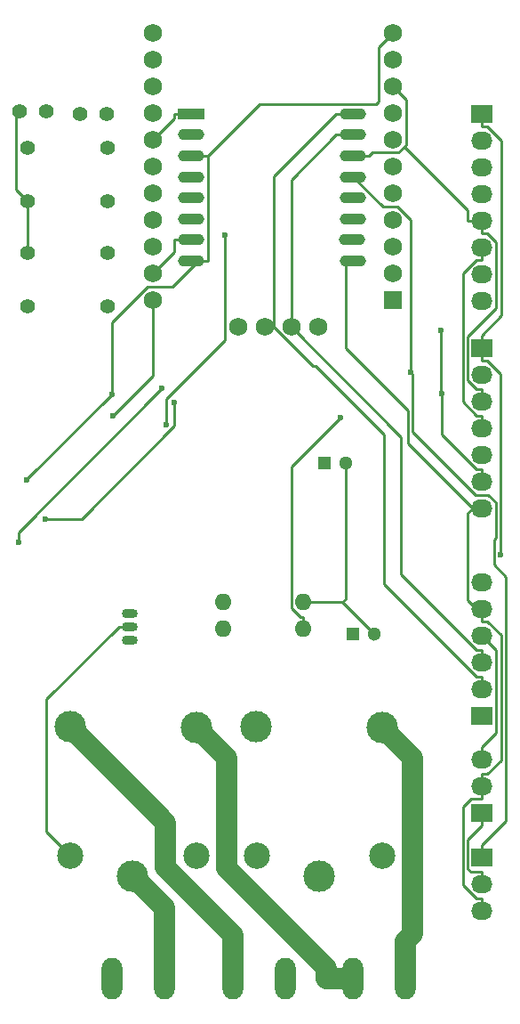
<source format=gbr>
G04 #@! TF.FileFunction,Copper,L2,Bot,Signal*
%FSLAX46Y46*%
G04 Gerber Fmt 4.6, Leading zero omitted, Abs format (unit mm)*
G04 Created by KiCad (PCBNEW (2015-08-08 BZR 6073)-product) date Wed 12 Aug 2015 11:12:04 CEST*
%MOMM*%
G01*
G04 APERTURE LIST*
%ADD10C,0.100000*%
%ADD11O,1.981200X3.962400*%
%ADD12R,2.032000X1.727200*%
%ADD13O,2.032000X1.727200*%
%ADD14O,1.501140X0.899160*%
%ADD15C,1.397000*%
%ADD16O,1.600000X1.600000*%
%ADD17R,2.500000X1.100000*%
%ADD18O,2.500000X1.100000*%
%ADD19R,1.727200X1.727200*%
%ADD20C,1.727200*%
%ADD21R,1.300000X1.300000*%
%ADD22C,1.300000*%
%ADD23C,2.500000*%
%ADD24C,3.000000*%
%ADD25C,0.600000*%
%ADD26C,0.250000*%
%ADD27C,2.000000*%
G04 APERTURE END LIST*
D10*
D11*
X36250000Y-122500000D03*
X31250000Y-122500000D03*
X47750000Y-122500000D03*
X42750000Y-122500000D03*
X59250000Y-122500000D03*
X54250000Y-122500000D03*
D12*
X66500000Y-40250000D03*
D13*
X66500000Y-42790000D03*
X66500000Y-45330000D03*
X66500000Y-47870000D03*
X66500000Y-50410000D03*
X66500000Y-52950000D03*
X66500000Y-55490000D03*
X66500000Y-58030000D03*
D12*
X66500000Y-62500000D03*
D13*
X66500000Y-65040000D03*
X66500000Y-67580000D03*
X66500000Y-70120000D03*
X66500000Y-72660000D03*
X66500000Y-75200000D03*
X66500000Y-77740000D03*
D12*
X66500000Y-106750000D03*
D13*
X66500000Y-104210000D03*
X66500000Y-101670000D03*
D12*
X66500000Y-111000000D03*
D13*
X66500000Y-113540000D03*
X66500000Y-116080000D03*
D12*
X66500000Y-97500000D03*
D13*
X66500000Y-94960000D03*
X66500000Y-92420000D03*
X66500000Y-89880000D03*
X66500000Y-87340000D03*
X66500000Y-84800000D03*
D14*
X33000000Y-89020000D03*
X33000000Y-90290000D03*
X33000000Y-87750000D03*
D15*
X23190000Y-58540000D03*
X23190000Y-53460000D03*
X30810000Y-58540000D03*
X30810000Y-53460000D03*
X30810000Y-43460000D03*
X30810000Y-48540000D03*
X23190000Y-43460000D03*
X23190000Y-48540000D03*
D16*
X49500000Y-89250000D03*
X49500000Y-86710000D03*
X41880000Y-86710000D03*
X41880000Y-89250000D03*
D17*
X38800000Y-40250000D03*
D18*
X38800000Y-42250000D03*
X38800000Y-44250000D03*
X38800000Y-46250000D03*
X38800000Y-48250000D03*
X38800000Y-50250000D03*
X38800000Y-52250000D03*
X38800000Y-54250000D03*
X54200000Y-54250000D03*
X54100000Y-52250000D03*
X54200000Y-50250000D03*
X54200000Y-48250000D03*
X54200000Y-46250000D03*
X54200000Y-44250000D03*
X54200000Y-42250000D03*
X54200000Y-40250000D03*
D19*
X58000000Y-58000000D03*
D20*
X58000000Y-55460000D03*
X58000000Y-52920000D03*
X58000000Y-50380000D03*
X58000000Y-47840000D03*
X58000000Y-45300000D03*
X58000000Y-42760000D03*
X58000000Y-40220000D03*
X58000000Y-37680000D03*
X58000000Y-35140000D03*
X58000000Y-32600000D03*
X35140000Y-32600000D03*
X35140000Y-35140000D03*
X35140000Y-37680000D03*
X35140000Y-40220000D03*
X35140000Y-42760000D03*
X35140000Y-45300000D03*
X35140000Y-47840000D03*
X35140000Y-50380000D03*
X35140000Y-52920000D03*
X35140000Y-55460000D03*
X35140000Y-58000000D03*
X43268000Y-60540000D03*
X45808000Y-60540000D03*
X48348000Y-60540000D03*
X50888000Y-60540000D03*
D15*
X30770000Y-40250000D03*
X28230000Y-40250000D03*
X25020000Y-40000000D03*
X22480000Y-40000000D03*
D21*
X51500000Y-73500000D03*
D22*
X53500000Y-73500000D03*
D21*
X54250000Y-89750000D03*
D22*
X56250000Y-89750000D03*
D23*
X57050000Y-110800000D03*
D24*
X57050000Y-98600000D03*
X45000000Y-98550000D03*
D23*
X45050000Y-110800000D03*
D24*
X51000000Y-112750000D03*
D23*
X39300000Y-110800000D03*
D24*
X39300000Y-98600000D03*
X27250000Y-98550000D03*
D23*
X27300000Y-110800000D03*
D24*
X33250000Y-112750000D03*
D25*
X31269200Y-66927800D03*
X23173600Y-75051100D03*
X68307500Y-82150900D03*
X53019200Y-69146800D03*
X31340400Y-68979800D03*
X22344900Y-80994800D03*
X36030900Y-66347000D03*
X24881400Y-78760100D03*
X37218900Y-67675000D03*
X36442700Y-69781700D03*
X42003300Y-51826600D03*
X62712200Y-66850100D03*
X62633000Y-60843100D03*
X59685900Y-64824700D03*
D26*
X22106800Y-47456800D02*
X23190000Y-48540000D01*
X22106800Y-40373200D02*
X22106800Y-47456800D01*
X22480000Y-40000000D02*
X22106800Y-40373200D01*
X66500000Y-114891000D02*
X66500000Y-116080000D01*
X65979900Y-114891000D02*
X66500000Y-114891000D01*
X64697600Y-113609000D02*
X65979900Y-114891000D01*
X64697600Y-106161000D02*
X64697600Y-113609000D01*
X65459700Y-105399000D02*
X64697600Y-106161000D01*
X66500000Y-105399000D02*
X65459700Y-105399000D01*
X66500000Y-104210000D02*
X66500000Y-105399000D01*
X53500000Y-86420000D02*
X53210000Y-86710000D01*
X53500000Y-73500000D02*
X53500000Y-86420000D01*
X53672600Y-73327400D02*
X53500000Y-73500000D01*
X23190000Y-53460000D02*
X23190000Y-48540000D01*
X56250000Y-89750000D02*
X53210000Y-86710000D01*
X53210000Y-86710000D02*
X49500000Y-86710000D01*
X66500000Y-88528900D02*
X66500000Y-87852300D01*
X67020100Y-88528900D02*
X66500000Y-88528900D01*
X68320700Y-89829500D02*
X67020100Y-88528900D01*
X68320700Y-101720000D02*
X68320700Y-89829500D01*
X67020100Y-103021000D02*
X68320700Y-101720000D01*
X66500000Y-103021000D02*
X67020100Y-103021000D01*
X66500000Y-104210000D02*
X66500000Y-103021000D01*
X66500000Y-87852300D02*
X66500000Y-87340000D01*
X66500000Y-77740000D02*
X65609200Y-77740000D01*
X65158600Y-78190600D02*
X65609200Y-77740000D01*
X65158600Y-86510900D02*
X65158600Y-78190600D01*
X66500000Y-87852300D02*
X65158600Y-86510900D01*
X53500000Y-62514500D02*
X53500000Y-54250000D01*
X59460800Y-68475300D02*
X53500000Y-62514500D01*
X59460800Y-71591600D02*
X59460800Y-68475300D01*
X65609200Y-77740000D02*
X59460800Y-71591600D01*
X67845200Y-91225200D02*
X66500000Y-89880000D01*
X67845200Y-99135900D02*
X67845200Y-91225200D01*
X66500000Y-100481000D02*
X67845200Y-99135900D01*
X66500000Y-101670000D02*
X66500000Y-100481000D01*
X66500000Y-107939000D02*
X66500000Y-106750000D01*
X65158600Y-109280000D02*
X66500000Y-107939000D01*
X65158600Y-112050000D02*
X65158600Y-109280000D01*
X65459700Y-112351000D02*
X65158600Y-112050000D01*
X66500000Y-112351000D02*
X65459700Y-112351000D01*
X66500000Y-113540000D02*
X66500000Y-112351000D01*
X39500000Y-44250000D02*
X40375300Y-44250000D01*
X56649000Y-33951000D02*
X58000000Y-32600000D01*
X56649000Y-39069400D02*
X56649000Y-33951000D01*
X56392900Y-39325500D02*
X56649000Y-39069400D01*
X45299800Y-39325500D02*
X56392900Y-39325500D01*
X40375300Y-44250000D02*
X45299800Y-39325500D01*
X40375300Y-54250000D02*
X40375300Y-44250000D01*
X39500000Y-54250000D02*
X40375300Y-54250000D01*
X31269200Y-60120800D02*
X31269200Y-66927800D01*
X34660000Y-56730000D02*
X31269200Y-60120800D01*
X37020000Y-56730000D02*
X34660000Y-56730000D01*
X39500000Y-54250000D02*
X37020000Y-56730000D01*
X23173600Y-75023400D02*
X23173600Y-75051100D01*
X31269200Y-66927800D02*
X23173600Y-75023400D01*
X68363700Y-59447400D02*
X66500000Y-61311100D01*
X68363700Y-42782500D02*
X68363700Y-59447400D01*
X67020100Y-41438900D02*
X68363700Y-42782500D01*
X66500000Y-41438900D02*
X67020100Y-41438900D01*
X66500000Y-40250000D02*
X66500000Y-41438900D01*
X66500000Y-62500000D02*
X66500000Y-61311100D01*
X66500000Y-62500000D02*
X66500000Y-63688900D01*
X68307500Y-64976300D02*
X68307500Y-82150900D01*
X67020100Y-63688900D02*
X68307500Y-64976300D01*
X66500000Y-63688900D02*
X67020100Y-63688900D01*
X48332500Y-73833500D02*
X53019200Y-69146800D01*
X48332500Y-87238500D02*
X48332500Y-73833500D01*
X49218700Y-88124700D02*
X48332500Y-87238500D01*
X49500000Y-88124700D02*
X49218700Y-88124700D01*
X49500000Y-89250000D02*
X49500000Y-88124700D01*
X25007000Y-108507000D02*
X27300000Y-110800000D01*
X25007000Y-95937100D02*
X25007000Y-108507000D01*
X31924100Y-89020000D02*
X25007000Y-95937100D01*
X33000000Y-89020000D02*
X31924100Y-89020000D01*
X35140000Y-65180200D02*
X31340400Y-68979800D01*
X35140000Y-58000000D02*
X35140000Y-65180200D01*
X22344900Y-80033000D02*
X22344900Y-80994800D01*
X36030900Y-66347000D02*
X22344900Y-80033000D01*
X37218900Y-69941600D02*
X37218900Y-67675000D01*
X28400400Y-78760100D02*
X37218900Y-69941600D01*
X24881400Y-78760100D02*
X28400400Y-78760100D01*
D27*
X59902700Y-101453000D02*
X57050000Y-98600000D01*
X59902700Y-118266000D02*
X59902700Y-101453000D01*
X59250000Y-118918000D02*
X59902700Y-118266000D01*
X59250000Y-122500000D02*
X59250000Y-118918000D01*
X42175000Y-101475000D02*
X39300000Y-98600000D01*
X42175000Y-112023000D02*
X42175000Y-101475000D01*
X51659100Y-121507000D02*
X42175000Y-112023000D01*
X51659100Y-122500000D02*
X51659100Y-121507000D01*
X54250000Y-122500000D02*
X51659100Y-122500000D01*
X36250000Y-115750000D02*
X36250000Y-122500000D01*
X33250000Y-112750000D02*
X36250000Y-115750000D01*
X36350400Y-107650000D02*
X27250000Y-98550000D01*
X36350400Y-111917000D02*
X36350400Y-107650000D01*
X42750000Y-118317000D02*
X36350400Y-111917000D01*
X42750000Y-122500000D02*
X42750000Y-118317000D01*
D26*
X66500000Y-67580000D02*
X66500000Y-66391100D01*
X58561800Y-43948900D02*
X59108000Y-43402700D01*
X56076400Y-43948900D02*
X58561800Y-43948900D01*
X55775300Y-44250000D02*
X56076400Y-43948900D01*
X53500000Y-44250000D02*
X55775300Y-44250000D01*
X59252300Y-38932300D02*
X58000000Y-37680000D01*
X59252300Y-43258400D02*
X59252300Y-38932300D01*
X59108000Y-43402700D02*
X59252300Y-43258400D01*
X65158700Y-49453400D02*
X59108000Y-43402700D01*
X65158700Y-50410000D02*
X65158700Y-49453400D01*
X65979900Y-66391100D02*
X66500000Y-66391100D01*
X65149000Y-65560200D02*
X65979900Y-66391100D01*
X65149000Y-61446500D02*
X65149000Y-65560200D01*
X67870100Y-58725400D02*
X65149000Y-61446500D01*
X67870100Y-52448900D02*
X67870100Y-58725400D01*
X67020100Y-51598900D02*
X67870100Y-52448900D01*
X66500000Y-51598900D02*
X67020100Y-51598900D01*
X66500000Y-50410000D02*
X65158700Y-50410000D01*
X66500000Y-50410000D02*
X66500000Y-51598900D01*
X65979900Y-68931100D02*
X66500000Y-68931100D01*
X64685600Y-67636800D02*
X65979900Y-68931100D01*
X64685600Y-55433200D02*
X64685600Y-67636800D01*
X65979900Y-54138900D02*
X64685600Y-55433200D01*
X66500000Y-54138900D02*
X65979900Y-54138900D01*
X66500000Y-52950000D02*
X66500000Y-54138900D01*
X66500000Y-70120000D02*
X66500000Y-68931100D01*
X36442700Y-67324500D02*
X36442700Y-69781700D01*
X42003300Y-61763900D02*
X36442700Y-67324500D01*
X42003300Y-51826600D02*
X42003300Y-61763900D01*
X37224700Y-53375300D02*
X35140000Y-55460000D01*
X37224700Y-52250000D02*
X37224700Y-53375300D01*
X39500000Y-52250000D02*
X37224700Y-52250000D01*
X66500000Y-75200000D02*
X66500000Y-74011100D01*
X62712300Y-66850100D02*
X62712200Y-66850100D01*
X62712300Y-70743500D02*
X62712300Y-66850100D01*
X65979900Y-74011100D02*
X62712300Y-70743500D01*
X66500000Y-74011100D02*
X65979900Y-74011100D01*
X62633000Y-66770900D02*
X62633000Y-60843100D01*
X62712200Y-66850100D02*
X62633000Y-66770900D01*
X59685900Y-50364500D02*
X59685900Y-64824700D01*
X58431400Y-49110000D02*
X59685900Y-50364500D01*
X57057800Y-49110000D02*
X58431400Y-49110000D01*
X54197800Y-46250000D02*
X57057800Y-49110000D01*
X53500000Y-46250000D02*
X54197800Y-46250000D01*
X66500000Y-111000000D02*
X66500000Y-109811100D01*
X59911100Y-65049900D02*
X59685900Y-64824700D01*
X59911100Y-70459900D02*
X59911100Y-65049900D01*
X65921200Y-76470000D02*
X59911100Y-70459900D01*
X67106900Y-76470000D02*
X65921200Y-76470000D01*
X67857200Y-77220300D02*
X67106900Y-76470000D01*
X67857200Y-80553100D02*
X67857200Y-77220300D01*
X67668600Y-80741700D02*
X67857200Y-80553100D01*
X67668600Y-83115100D02*
X67668600Y-80741700D01*
X68819000Y-84265500D02*
X67668600Y-83115100D01*
X68819000Y-107492100D02*
X68819000Y-84265500D01*
X66500000Y-109811100D02*
X68819000Y-107492100D01*
X45808700Y-60539300D02*
X45808000Y-60540000D01*
X46666100Y-60539300D02*
X45808700Y-60539300D01*
X46666100Y-60540800D02*
X46666100Y-60539300D01*
X50368200Y-64242900D02*
X46666100Y-60540800D01*
X50697000Y-64242900D02*
X50368200Y-64242900D01*
X57170900Y-70716800D02*
X50697000Y-64242900D01*
X57170900Y-84944800D02*
X57170900Y-70716800D01*
X65997200Y-93771100D02*
X57170900Y-84944800D01*
X66500000Y-93771100D02*
X65997200Y-93771100D01*
X66500000Y-94960000D02*
X66500000Y-93771100D01*
X52624700Y-40250000D02*
X53500000Y-40250000D01*
X46666100Y-46208600D02*
X52624700Y-40250000D01*
X46666100Y-60539300D02*
X46666100Y-46208600D01*
X66500000Y-91231100D02*
X66500000Y-92420000D01*
X65979900Y-91231100D02*
X66500000Y-91231100D01*
X58788800Y-84040000D02*
X65979900Y-91231100D01*
X58788800Y-70980800D02*
X58788800Y-84040000D01*
X48348000Y-60540000D02*
X58788800Y-70980800D01*
X52624700Y-42250000D02*
X53500000Y-42250000D01*
X48348000Y-46526700D02*
X52624700Y-42250000D01*
X48348000Y-60540000D02*
X48348000Y-46526700D01*
X37224700Y-40675300D02*
X35140000Y-42760000D01*
X37224700Y-40250000D02*
X37224700Y-40675300D01*
X39500000Y-40250000D02*
X37224700Y-40250000D01*
M02*

</source>
